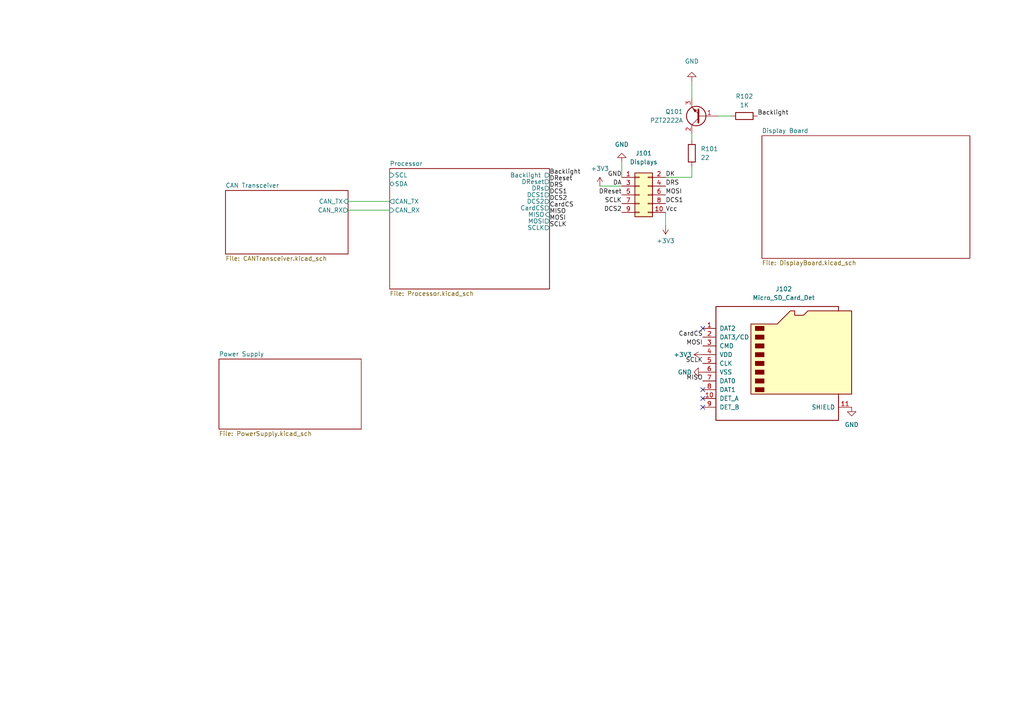
<source format=kicad_sch>
(kicad_sch (version 20211123) (generator eeschema)
  (paper "A4")
  (lib_symbols
    (symbol "Connector:Micro_SD_Card_Det" (pin_names (offset 1.016))
      (property "Reference" "J" (at -16.51 17.78 0))
      (property "Value" "Micro_SD_Card_Det" (at 16.51 17.78 0))
      (symbol "Micro_SD_Card_Det_0_1"
        (rectangle (start -7.62 -6.985) (end -5.08 -8.255) (fill (type outline)))
        (rectangle (start -7.62 -4.445) (end -5.08 -5.715) (fill (type outline)))
        (rectangle (start -7.62 -1.905) (end -5.08 -3.175) (fill (type outline)))
        (rectangle (start -7.62 0.635) (end -5.08 -0.635) (fill (type outline)))
        (rectangle (start -7.62 3.175) (end -5.08 1.905) (fill (type outline)))
        (rectangle (start -7.62 5.715) (end -5.08 4.445) (fill (type outline)))
        (rectangle (start -7.62 8.255) (end -5.08 6.985) (fill (type outline)))
        (rectangle (start -7.62 10.795) (end -5.08 9.525) (fill (type outline)))
        (polyline (pts (xy 16.51 15.24) (xy 16.51 16.51) (xy -19.05 16.51) (xy -19.05 -16.51) (xy 16.51 -16.51) (xy 16.51 -8.89)) (stroke (width 0.254)))
        (polyline (pts (xy -8.89 -8.89) (xy -8.89 11.43) (xy -1.27 11.43) (xy 2.54 15.24) (xy 3.81 15.24) (xy 3.81 13.97) (xy 6.35 13.97) (xy 7.62 15.24) (xy 20.32 15.24) (xy 20.32 -8.89) (xy -8.89 -8.89)) (stroke (width 0.254)) (fill (type background)))
      )
      (symbol "Micro_SD_Card_Det_1_1"
        (pin bidirectional line (at -22.86 10.16 0) (length 3.81) (name "DAT2") (number "1"))
        (pin passive line (at -22.86 -10.16 0) (length 3.81) (name "DET_A") (number "10"))
        (pin passive line (at 20.32 -12.7 180) (length 3.81) (name "SHIELD") (number "11"))
        (pin bidirectional line (at -22.86 7.62 0) (length 3.81) (name "DAT3/CD") (number "2"))
        (pin input line (at -22.86 5.08 0) (length 3.81) (name "CMD") (number "3"))
        (pin power_in line (at -22.86 2.54 0) (length 3.81) (name "VDD") (number "4"))
        (pin input line (at -22.86 0 0) (length 3.81) (name "CLK") (number "5"))
        (pin power_in line (at -22.86 -2.54 0) (length 3.81) (name "VSS") (number "6"))
        (pin bidirectional line (at -22.86 -5.08 0) (length 3.81) (name "DAT0") (number "7"))
        (pin bidirectional line (at -22.86 -7.62 0) (length 3.81) (name "DAT1") (number "8"))
        (pin passive line (at -22.86 -12.7 0) (length 3.81) (name "DET_B") (number "9"))
      )
    )
    (symbol "Connector_Generic:Conn_02x05_Odd_Even" (pin_names (offset 1.016) hide)
      (property "Reference" "J" (at 1.27 7.62 0))
      (property "Value" "Conn_02x05_Odd_Even" (at 1.27 -7.62 0))
      (symbol "Conn_02x05_Odd_Even_1_1"
        (rectangle (start -1.27 -4.953) (end 0 -5.207) (stroke (width 0.1524)))
        (rectangle (start -1.27 -2.413) (end 0 -2.667) (stroke (width 0.1524)))
        (rectangle (start -1.27 0.127) (end 0 -0.127) (stroke (width 0.1524)))
        (rectangle (start -1.27 2.667) (end 0 2.413) (stroke (width 0.1524)))
        (rectangle (start -1.27 5.207) (end 0 4.953) (stroke (width 0.1524)))
        (rectangle (start -1.27 6.35) (end 3.81 -6.35) (stroke (width 0.254)) (fill (type background)))
        (rectangle (start 3.81 -4.953) (end 2.54 -5.207) (stroke (width 0.1524)))
        (rectangle (start 3.81 -2.413) (end 2.54 -2.667) (stroke (width 0.1524)))
        (rectangle (start 3.81 0.127) (end 2.54 -0.127) (stroke (width 0.1524)))
        (rectangle (start 3.81 2.667) (end 2.54 2.413) (stroke (width 0.1524)))
        (rectangle (start 3.81 5.207) (end 2.54 4.953) (stroke (width 0.1524)))
        (pin passive line (at -5.08 5.08 0) (length 3.81) (name "Pin_1") (number "1"))
        (pin passive line (at 7.62 -5.08 180) (length 3.81) (name "Pin_10") (number "10"))
        (pin passive line (at 7.62 5.08 180) (length 3.81) (name "Pin_2") (number "2"))
        (pin passive line (at -5.08 2.54 0) (length 3.81) (name "Pin_3") (number "3"))
        (pin passive line (at 7.62 2.54 180) (length 3.81) (name "Pin_4") (number "4"))
        (pin passive line (at -5.08 0 0) (length 3.81) (name "Pin_5") (number "5"))
        (pin passive line (at 7.62 0 180) (length 3.81) (name "Pin_6") (number "6"))
        (pin passive line (at -5.08 -2.54 0) (length 3.81) (name "Pin_7") (number "7"))
        (pin passive line (at 7.62 -2.54 180) (length 3.81) (name "Pin_8") (number "8"))
        (pin passive line (at -5.08 -5.08 0) (length 3.81) (name "Pin_9") (number "9"))
      )
    )
    (symbol "Device:R" (pin_numbers hide) (pin_names (offset 0))
      (property "Reference" "R" (at 2.032 0 90))
      (property "Value" "R" (at 0 0 90))
      (symbol "R_0_1"
        (rectangle (start -1.016 -2.54) (end 1.016 2.54) (stroke (width 0.254)))
      )
      (symbol "R_1_1"
        (pin passive line (at 0 3.81 270) (length 1.27) (name "~") (number "1"))
        (pin passive line (at 0 -3.81 90) (length 1.27) (name "~") (number "2"))
      )
    )
    (symbol "ESP32-T7S3-MultiFunctionUniversalTurnout-rescue:+3V3" (power) (pin_names (offset 0))
      (property "Value" "+3V3" (at 0 3.556 0))
      (symbol "+3V3_0_1"
        (polyline (pts (xy -0.762 1.27) (xy 0 2.54)))
        (polyline (pts (xy 0 0) (xy 0 2.54)))
        (polyline (pts (xy 0 2.54) (xy 0.762 1.27)))
      )
      (symbol "+3V3_1_1"
        (pin power_in line (at 0 0 90) (length 0) hide (name "+3V3") (number "1"))
      )
    )
    (symbol "ESP32-T7S3-MultiFunctionUniversalTurnout-rescue:GND" (power) (pin_names (offset 0))
      (property "Value" "GND" (at 0 -3.81 0))
      (symbol "GND_0_1"
        (polyline (pts (xy 0 0) (xy 0 -1.27) (xy 1.27 -1.27) (xy 0 -2.54) (xy -1.27 -1.27) (xy 0 -1.27)))
      )
      (symbol "GND_1_1"
        (pin power_in line (at 0 0 270) (length 0) hide (name "GND") (number "1"))
      )
    )
    (symbol "Transistor_BJT:PZT2222A" (pin_names (offset 0) hide)
      (property "Reference" "Q" (at 5.08 1.905 0))
      (property "Value" "PZT2222A" (at 5.08 0 0))
      (symbol "PZT2222A_0_1"
        (polyline (pts (xy 0 0) (xy 0.635 0)))
        (polyline (pts (xy 2.54 -2.54) (xy 0.635 -0.635)))
        (polyline (pts (xy 2.54 2.54) (xy 0.635 0.635)))
        (polyline (pts (xy 0.635 1.905) (xy 0.635 -1.905) (xy 0.635 -1.905)) (stroke (width 0.508)))
        (polyline (pts (xy 2.286 -2.286) (xy 1.778 -1.778) (xy 1.778 -1.778)))
        (polyline (pts (xy 1.143 -1.651) (xy 1.651 -1.143) (xy 2.159 -2.159) (xy 1.143 -1.651) (xy 1.143 -1.651)) (fill (type outline)))
        (circle (center 1.27 0) (radius 2.8194) (stroke (width 0.254)))
      )
      (symbol "PZT2222A_1_1"
        (pin input line (at -5.08 0 0) (length 5.08) (name "B") (number "1"))
        (pin passive line (at 2.54 5.08 270) (length 2.54) (name "C") (number "2"))
        (pin passive line (at 2.54 -5.08 90) (length 2.54) (name "E") (number "3"))
      )
    )
  )
  (no_connect (at 203.835 113.03))
  (no_connect (at 203.835 115.57))
  (no_connect (at 203.835 95.25))
  (no_connect (at 203.835 118.11))
  (wire (pts (xy 208.28 33.655) (xy 212.09 33.655)))
  (wire (pts (xy 193.04 61.595) (xy 193.04 65.405)))
  (wire (pts (xy 200.66 23.495) (xy 200.66 28.575)))
  (wire (pts (xy 200.66 48.26) (xy 200.66 51.435)))
  (wire (pts (xy 100.965 60.96) (xy 113.03 60.96)))
  (wire (pts (xy 173.99 53.975) (xy 180.34 53.975)))
  (wire (pts (xy 100.965 58.42) (xy 113.03 58.42)))
  (wire (pts (xy 200.66 51.435) (xy 193.04 51.435)))
  (wire (pts (xy 200.66 38.735) (xy 200.66 40.64)))
  (wire (pts (xy 180.34 46.99) (xy 180.34 51.435)))
  (label "SCLK" (at 180.34 59.055 180))
  (label "MOSI" (at 159.385 64.135 0))
  (label "DRS" (at 193.04 53.975 0))
  (label "DCS1" (at 193.04 59.055 0))
  (label "SCLK" (at 203.835 105.41 180))
  (label "CardCS" (at 159.385 60.325 0))
  (label "DReset" (at 159.385 52.705 0))
  (label "SCLK" (at 159.385 66.04 0))
  (label "DCS2" (at 180.34 61.595 180))
  (label "MOSI" (at 193.04 56.515 0))
  (label "DRS" (at 159.385 54.61 0))
  (label "MISO" (at 203.835 110.49 180))
  (label "Vcc" (at 193.04 61.595 0))
  (label "GND" (at 180.34 51.435 180))
  (label "Backlight" (at 219.71 33.655 0))
  (label "MISO" (at 159.385 62.23 0))
  (label "DA" (at 180.34 53.975 180))
  (label "DK" (at 193.04 51.435 0))
  (label "DCS2" (at 159.385 58.42 0))
  (label "CardCS" (at 203.835 97.79 180))
  (label "Backlight" (at 159.385 50.8 0))
  (label "DReset" (at 180.34 56.515 180))
  (label "DCS1" (at 159.385 56.515 0))
  (label "MOSI" (at 203.835 100.33 180))
  (symbol (lib_id "Device:R") (at 215.9 33.655 90) (unit 1)
    (property "Reference" "R102" (at 215.9 27.94 90))
    (property "Value" "1K" (at 215.9 30.48 90))
    (property "Footprint" "Resistor_SMD:R_0402_1005Metric" (effects hide))
  )
  (symbol (lib_id "ESP32-T7S3-MultiFunctionUniversalTurnout-rescue:GND") (at 180.34 46.99 180) (unit 1)
    (property "Reference" "#PWR0102" (effects hide))
    (property "Value" "GND" (at 180.34 41.91 0))
  )
  (symbol (lib_id "Device:R") (at 200.66 44.45 0) (unit 1)
    (property "Reference" "R101" (at 203.2 43.1799 0) (effects (justify left)))
    (property "Value" "22" (at 203.2 45.7199 0) (effects (justify left)))
    (property "Footprint" "Resistor_SMD:R_0603_1608Metric" (effects hide))
  )
  (symbol (lib_id "Connector:Micro_SD_Card_Det") (at 226.695 105.41 0) (unit 1)
    (property "Reference" "J102" (at 227.33 83.82 0))
    (property "Value" "Micro_SD_Card_Det" (at 227.33 86.36 0))
    (property "Footprint" "Connector_Card:microSD_HC_Hirose_DM3D-SF" (effects hide))
    (property "Datasheet" "https://www.hirose.com/product/en/download_file/key_name/DM3/category/Catalog/doc_file_id/49662/?file_category_id=4&item_id=195&is_series=1" (effects hide))
    (property "Mouser Part Number" "798-DM3D-SF" (effects hide))
  )
  (symbol (lib_id "Connector_Generic:Conn_02x05_Odd_Even") (at 185.42 56.515 0) (unit 1)
    (property "Reference" "J101" (at 186.69 44.45 0))
    (property "Value" "Displays" (at 186.69 46.99 0))
    (property "Footprint" "Connector_IDC:IDC-Header_2x05_P2.54mm_Vertical" (effects hide))
  )
  (symbol (lib_id "ESP32-T7S3-MultiFunctionUniversalTurnout-rescue:+3V3") (at 203.835 102.87 90) (unit 1)
    (property "Reference" "#PWR0105" (effects hide))
    (property "Value" "+3V3" (at 200.66 102.8699 90) (effects (justify left)))
  )
  (symbol (lib_id "ESP32-T7S3-MultiFunctionUniversalTurnout-rescue:GND") (at 247.015 118.11 0) (unit 1)
    (property "Reference" "#PWR0107" (effects hide))
    (property "Value" "GND" (at 247.015 123.19 0))
  )
  (symbol (lib_id "ESP32-T7S3-MultiFunctionUniversalTurnout-rescue:+3V3") (at 173.99 53.975 0) (unit 1)
    (property "Reference" "#PWR0101" (effects hide))
    (property "Value" "+3V3" (at 173.99 48.895 0))
  )
  (symbol (lib_id "ESP32-T7S3-MultiFunctionUniversalTurnout-rescue:+3V3") (at 193.04 65.405 180) (unit 1)
    (property "Reference" "#PWR0103" (effects hide))
    (property "Value" "+3V3" (at 193.04 69.85 0))
  )
  (symbol (lib_id "ESP32-T7S3-MultiFunctionUniversalTurnout-rescue:GND") (at 200.66 23.495 180) (unit 1)
    (property "Reference" "#PWR0104" (effects hide))
    (property "Value" "GND" (at 200.66 17.78 0))
  )
  (symbol (lib_id "ESP32-T7S3-MultiFunctionUniversalTurnout-rescue:GND") (at 203.835 107.95 270) (unit 1)
    (property "Reference" "#PWR0106" (effects hide))
    (property "Value" "GND" (at 200.66 107.9499 90) (effects (justify right)))
  )
  (symbol (lib_id "Transistor_BJT:PZT2222A") (at 203.2 33.655 180) (unit 1)
    (property "Reference" "Q101" (at 198.12 32.3849 0) (effects (justify left)))
    (property "Value" "PZT2222A" (at 198.12 34.9249 0) (effects (justify left)))
    (property "Footprint" "Package_TO_SOT_SMD:SOT-223-3_TabPin2" (effects hide))
    (property "Datasheet" "https://www.onsemi.com/pub/Collateral/PN2222-D.PDF" (effects hide))
  )
  (sheet (at 220.98 39.37) (size 60.325 35.56) (stroke (width 0.1524))
    (property "Sheet name" "Display Board" (at 220.98 38.6584 0) (effects (justify left bottom)))
    (property "Sheet file" "DisplayBoard.kicad_sch" (at 220.98 75.5146 0) (effects (justify left top)))
  )
  (sheet (at 63.5 104.14) (size 41.275 20.32) (stroke (width 0.1524))
    (property "Sheet name" "Power Supply" (at 63.5 103.4284 0) (effects (justify left bottom)))
    (property "Sheet file" "PowerSupply.kicad_sch" (at 63.5 125.0446 0) (effects (justify left top)))
  )
  (sheet (at 65.405 55.245) (size 35.56 18.415) (stroke (width 0.1524))
    (property "Sheet name" "CAN Transceiver" (at 65.405 54.5334 0) (effects (justify left bottom)))
    (property "Sheet file" "CANTransceiver.kicad_sch" (at 65.405 74.2446 0) (effects (justify left top)))
    (pin "CAN_TX" input (at 100.965 58.42 0))
    (pin "CAN_RX" output (at 100.965 60.96 0))
  )
  (sheet (at 113.03 48.895) (size 46.355 34.925) (stroke (width 0.1524))
    (property "Sheet name" "Processor" (at 113.03 48.1834 0) (effects (justify left bottom)))
    (property "Sheet file" "Processor.kicad_sch" (at 113.03 84.4046 0) (effects (justify left top)))
    (pin "SCL" input (at 113.03 50.8 180))
    (pin "SDA" bidirectional (at 113.03 53.34 180))
    (pin "CAN_TX" output (at 113.03 58.42 180))
    (pin "CAN_RX" input (at 113.03 60.96 180))
    (pin "MOSI" output (at 159.385 64.135 0))
    (pin "SCLK" output (at 159.385 66.04 0))
    (pin "MISO" input (at 159.385 62.23 0))
    (pin "Backlight " output (at 159.385 50.8 0))
    (pin "DReset" output (at 159.385 52.705 0))
    (pin "DRs" output (at 159.385 54.61 0))
    (pin "DCS1" output (at 159.385 56.515 0))
    (pin "DCS2" output (at 159.385 58.42 0))
    (pin "CardCS" output (at 159.385 60.325 0))
  )
)
</source>
